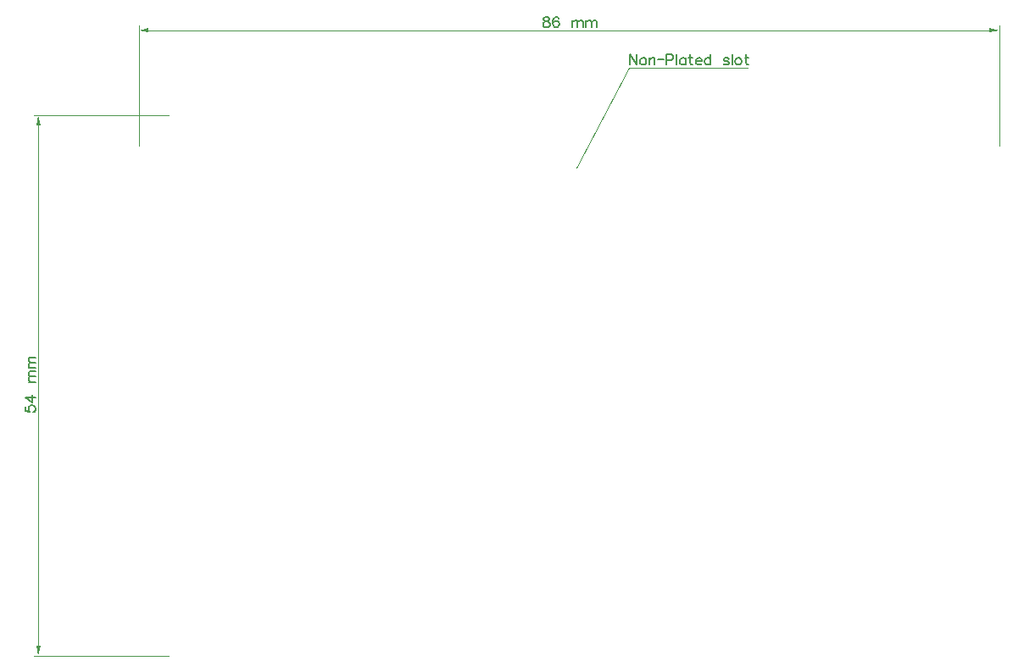
<source format=gbr>
G04 DipTrace 3.3.1.3*
G04 badge-TopAssy.gbr*
%MOMM*%
G04 #@! TF.FileFunction,Drawing,Top*
G04 #@! TF.Part,Single*
%ADD13C,0.03125*%
%ADD58C,0.15686*%
%FSLAX35Y35*%
G04*
G71*
G90*
G75*
G01*
G04 TopAssy*
%LPD*%
X4375000Y4875000D2*
D13*
X4900000Y5875000D1*
X6084826D1*
X0Y5100000D2*
Y6300000D1*
X8600000Y5100000D2*
Y6300000D1*
X4300000Y6250000D2*
X100000D1*
G36*
X0D2*
X100000Y6270000D1*
Y6230000D1*
X0Y6250000D1*
G37*
X4300000D2*
D13*
X8500000D1*
G36*
X8600000D2*
X8500000Y6230000D1*
Y6270000D1*
X8600000Y6250000D1*
G37*
X300000Y5400000D2*
D13*
X-1050000D1*
X300000Y0D2*
X-1050000D1*
X-1000000Y2700000D2*
Y5300000D1*
G36*
Y5400000D2*
X-980000Y5300000D1*
X-1020000D1*
X-1000000Y5400000D1*
G37*
Y2700000D2*
D13*
Y100000D1*
G36*
Y0D2*
X-1020000Y100000D1*
X-980000D1*
X-1000000Y0D1*
G37*
X4975902Y6008103D2*
D58*
Y5906015D1*
X4907843Y6008103D1*
Y5906015D1*
X5031533Y5974074D2*
X5021874Y5969245D1*
X5012103Y5959474D1*
X5007274Y5944874D1*
Y5935215D1*
X5012103Y5920615D1*
X5021874Y5910957D1*
X5031533Y5906015D1*
X5046133D1*
X5055903Y5910957D1*
X5065562Y5920615D1*
X5070503Y5935215D1*
Y5944874D1*
X5065562Y5959474D1*
X5055903Y5969245D1*
X5046133Y5974074D1*
X5031533D1*
X5101876D2*
Y5906015D1*
Y5954645D2*
X5116476Y5969245D1*
X5126247Y5974074D1*
X5140734D1*
X5150505Y5969245D1*
X5155334Y5954645D1*
Y5906015D1*
X5186707Y5957003D2*
X5242861D1*
X5274233Y5954645D2*
X5318033D1*
X5332521Y5959474D1*
X5337463Y5964415D1*
X5342292Y5974074D1*
Y5988674D1*
X5337463Y5998332D1*
X5332521Y6003274D1*
X5318033Y6008103D1*
X5274233D1*
Y5906015D1*
X5373664Y6008103D2*
Y5906015D1*
X5463325Y5974074D2*
Y5906015D1*
Y5959474D2*
X5453666Y5969245D1*
X5443895Y5974074D1*
X5429408D1*
X5419637Y5969245D1*
X5409978Y5959474D1*
X5405037Y5944874D1*
Y5935215D1*
X5409978Y5920615D1*
X5419637Y5910957D1*
X5429408Y5906015D1*
X5443895D1*
X5453666Y5910957D1*
X5463325Y5920615D1*
X5509297Y6008103D2*
Y5925445D1*
X5514126Y5910957D1*
X5523897Y5906015D1*
X5533556D1*
X5494697Y5974074D2*
X5528726D1*
X5564928Y5944874D2*
X5623216D1*
Y5954645D1*
X5618387Y5964415D1*
X5613557Y5969245D1*
X5603787Y5974074D1*
X5589187D1*
X5579528Y5969245D1*
X5569757Y5959474D1*
X5564928Y5944874D1*
Y5935215D1*
X5569757Y5920615D1*
X5579528Y5910957D1*
X5589187Y5906015D1*
X5603787D1*
X5613557Y5910957D1*
X5623216Y5920615D1*
X5712876Y6008103D2*
Y5906015D1*
Y5959474D2*
X5703218Y5969245D1*
X5693447Y5974074D1*
X5678847D1*
X5669188Y5969245D1*
X5659418Y5959474D1*
X5654588Y5944874D1*
Y5935215D1*
X5659418Y5920615D1*
X5669188Y5910957D1*
X5678847Y5906015D1*
X5693447D1*
X5703218Y5910957D1*
X5712876Y5920615D1*
X5896464Y5959474D2*
X5891635Y5969245D1*
X5877035Y5974074D1*
X5862435D1*
X5847835Y5969245D1*
X5843006Y5959474D1*
X5847835Y5949815D1*
X5857606Y5944874D1*
X5881864Y5940045D1*
X5891635Y5935215D1*
X5896464Y5925445D1*
Y5920615D1*
X5891635Y5910957D1*
X5877035Y5906015D1*
X5862435D1*
X5847835Y5910957D1*
X5843006Y5920615D1*
X5927837Y6008103D2*
Y5906015D1*
X5983468Y5974074D2*
X5973809Y5969245D1*
X5964039Y5959474D1*
X5959209Y5944874D1*
Y5935215D1*
X5964039Y5920615D1*
X5973809Y5910957D1*
X5983468Y5906015D1*
X5998068D1*
X6007839Y5910957D1*
X6017497Y5920615D1*
X6022439Y5935215D1*
Y5944874D1*
X6017497Y5959474D1*
X6007839Y5969245D1*
X5998068Y5974074D1*
X5983468D1*
X6068411Y6008103D2*
Y5925445D1*
X6073240Y5910957D1*
X6083011Y5906015D1*
X6092670D1*
X6053811Y5974074D2*
X6087840D1*
X4063103Y6382991D2*
X4048616Y6378161D1*
X4043674Y6368503D1*
Y6358732D1*
X4048616Y6349074D1*
X4058274Y6344132D1*
X4077703Y6339303D1*
X4092303Y6334474D1*
X4101962Y6324703D1*
X4106791Y6315045D1*
Y6300445D1*
X4101962Y6290786D1*
X4097133Y6285845D1*
X4082533Y6281015D1*
X4063103D1*
X4048616Y6285845D1*
X4043674Y6290786D1*
X4038845Y6300445D1*
Y6315045D1*
X4043674Y6324703D1*
X4053445Y6334474D1*
X4067933Y6339303D1*
X4087362Y6344132D1*
X4097133Y6349074D1*
X4101962Y6358732D1*
Y6368503D1*
X4097133Y6378161D1*
X4082533Y6382991D1*
X4063103D1*
X4196451Y6368503D2*
X4191622Y6378161D1*
X4177022Y6382991D1*
X4167364D1*
X4152764Y6378161D1*
X4142993Y6363561D1*
X4138164Y6339303D1*
Y6315045D1*
X4142993Y6295615D1*
X4152764Y6285845D1*
X4167364Y6281015D1*
X4172193D1*
X4186681Y6285845D1*
X4196451Y6295615D1*
X4201281Y6310215D1*
Y6315045D1*
X4196451Y6329645D1*
X4186681Y6339303D1*
X4172193Y6344132D1*
X4167364D1*
X4152764Y6339303D1*
X4142993Y6329645D1*
X4138164Y6315045D1*
X4331410Y6349074D2*
Y6281015D1*
Y6329645D2*
X4346010Y6344245D1*
X4355781Y6349074D1*
X4370269D1*
X4380040Y6344245D1*
X4384869Y6329645D1*
Y6281015D1*
Y6329645D2*
X4399469Y6344245D1*
X4409240Y6349074D1*
X4423727D1*
X4433498Y6344245D1*
X4438440Y6329645D1*
Y6281015D1*
X4469812Y6349074D2*
Y6281015D1*
Y6329645D2*
X4484412Y6344245D1*
X4494183Y6349074D1*
X4508671D1*
X4518441Y6344245D1*
X4523271Y6329645D1*
Y6281015D1*
Y6329645D2*
X4537871Y6344245D1*
X4547641Y6349074D1*
X4562129D1*
X4571900Y6344245D1*
X4576841Y6329645D1*
Y6281015D1*
X-1132991Y2492191D2*
Y2443674D1*
X-1089303Y2438845D1*
X-1094132Y2443674D1*
X-1099074Y2458274D1*
Y2472762D1*
X-1094132Y2487362D1*
X-1084474Y2497133D1*
X-1069874Y2501962D1*
X-1060215D1*
X-1045615Y2497133D1*
X-1035845Y2487362D1*
X-1031015Y2472762D1*
Y2458274D1*
X-1035845Y2443674D1*
X-1040786Y2438845D1*
X-1050445Y2433903D1*
X-1031015Y2581964D2*
X-1132991D1*
X-1065045Y2533334D1*
Y2606222D1*
X-1099074Y2736352D2*
X-1031015D1*
X-1079645D2*
X-1094245Y2750952D1*
X-1099074Y2760723D1*
Y2775210D1*
X-1094245Y2784981D1*
X-1079645Y2789810D1*
X-1031015D1*
X-1079645D2*
X-1094245Y2804410D1*
X-1099074Y2814181D1*
Y2828669D1*
X-1094245Y2838440D1*
X-1079645Y2843381D1*
X-1031015D1*
X-1099074Y2874754D2*
X-1031015D1*
X-1079645D2*
X-1094245Y2889354D1*
X-1099074Y2899124D1*
Y2913612D1*
X-1094245Y2923383D1*
X-1079645Y2928212D1*
X-1031015D1*
X-1079645D2*
X-1094245Y2942812D1*
X-1099074Y2952583D1*
Y2967071D1*
X-1094245Y2976841D1*
X-1079645Y2981783D1*
X-1031015D1*
M02*

</source>
